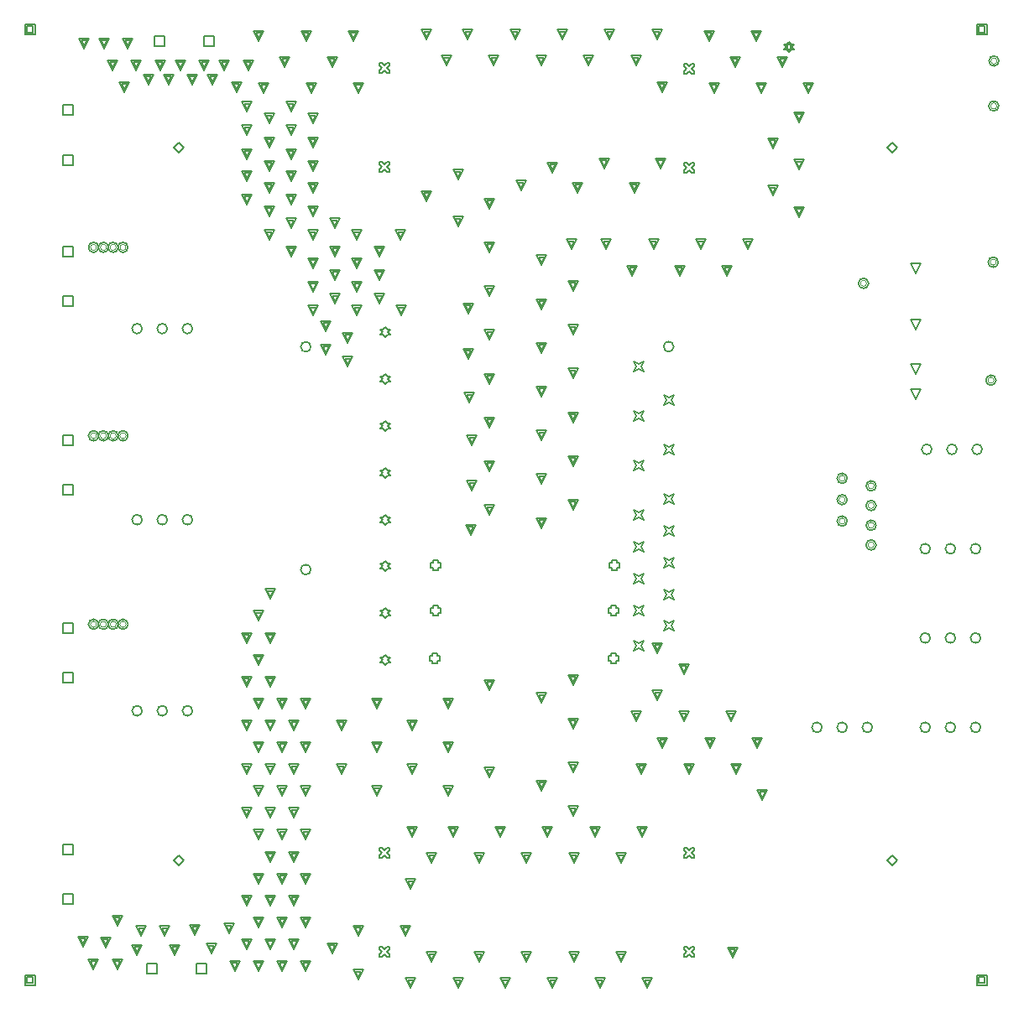
<source format=gbr>
G04 Layer_Color=2752767*
%FSLAX26Y26*%
%MOIN*%
%TF.FileFunction,Drawing*%
%TF.Part,Single*%
G01*
G75*
%TA.AperFunction,NonConductor*%
%ADD53C,0.005000*%
%ADD114C,0.006667*%
%ADD115C,0.004000*%
D53*
X130000Y-538425D02*
Y-498425D01*
X170000D01*
Y-538425D01*
X130000D01*
Y-341575D02*
Y-301575D01*
X170000D01*
Y-341575D01*
X130000D01*
Y-3477953D02*
Y-3437953D01*
X170000D01*
Y-3477953D01*
X130000D01*
Y-3281102D02*
Y-3241102D01*
X170000D01*
Y-3281102D01*
X130000D01*
X660425Y-3754528D02*
Y-3714528D01*
X700425D01*
Y-3754528D01*
X660425D01*
X463575D02*
Y-3714528D01*
X503575D01*
Y-3754528D01*
X463575D01*
X130000Y-2597953D02*
Y-2557953D01*
X170000D01*
Y-2597953D01*
X130000D01*
Y-2401102D02*
Y-2361102D01*
X170000D01*
Y-2401102D01*
X130000D01*
Y-1848740D02*
Y-1808740D01*
X170000D01*
Y-1848740D01*
X130000D01*
Y-1651890D02*
Y-1611890D01*
X170000D01*
Y-1651890D01*
X130000D01*
X3516000Y-1470118D02*
X3496000Y-1430118D01*
X3536000D01*
X3516000Y-1470118D01*
Y-1370118D02*
X3496000Y-1330118D01*
X3536000D01*
X3516000Y-1370118D01*
Y-1194527D02*
X3496000Y-1154527D01*
X3536000D01*
X3516000Y-1194527D01*
Y-970118D02*
X3496000Y-930118D01*
X3536000D01*
X3516000Y-970118D01*
X1409575Y-2527347D02*
X1419575Y-2517347D01*
X1429575D01*
X1419575Y-2507347D01*
X1429575Y-2497347D01*
X1419575D01*
X1409575Y-2487347D01*
X1399575Y-2497347D01*
X1389575D01*
X1399575Y-2507347D01*
X1389575Y-2517347D01*
X1399575D01*
X1409575Y-2527347D01*
Y-2341126D02*
X1419575Y-2331126D01*
X1429575D01*
X1419575Y-2321126D01*
X1429575Y-2311126D01*
X1419575D01*
X1409575Y-2301126D01*
X1399575Y-2311126D01*
X1389575D01*
X1399575Y-2321126D01*
X1389575Y-2331126D01*
X1399575D01*
X1409575Y-2341126D01*
Y-2154905D02*
X1419575Y-2144905D01*
X1429575D01*
X1419575Y-2134905D01*
X1429575Y-2124905D01*
X1419575D01*
X1409575Y-2114905D01*
X1399575Y-2124905D01*
X1389575D01*
X1399575Y-2134905D01*
X1389575Y-2144905D01*
X1399575D01*
X1409575Y-2154905D01*
Y-1968685D02*
X1419575Y-1958685D01*
X1429575D01*
X1419575Y-1948685D01*
X1429575Y-1938685D01*
X1419575D01*
X1409575Y-1928685D01*
X1399575Y-1938685D01*
X1389575D01*
X1399575Y-1948685D01*
X1389575Y-1958685D01*
X1399575D01*
X1409575Y-1968685D01*
Y-1782465D02*
X1419575Y-1772465D01*
X1429575D01*
X1419575Y-1762465D01*
X1429575Y-1752465D01*
X1419575D01*
X1409575Y-1742465D01*
X1399575Y-1752465D01*
X1389575D01*
X1399575Y-1762465D01*
X1389575Y-1772465D01*
X1399575D01*
X1409575Y-1782465D01*
Y-1596244D02*
X1419575Y-1586244D01*
X1429575D01*
X1419575Y-1576244D01*
X1429575Y-1566244D01*
X1419575D01*
X1409575Y-1556244D01*
X1399575Y-1566244D01*
X1389575D01*
X1399575Y-1576244D01*
X1389575Y-1586244D01*
X1399575D01*
X1409575Y-1596244D01*
Y-1410024D02*
X1419575Y-1400024D01*
X1429575D01*
X1419575Y-1390024D01*
X1429575Y-1380024D01*
X1419575D01*
X1409575Y-1370024D01*
X1399575Y-1380024D01*
X1389575D01*
X1399575Y-1390024D01*
X1389575Y-1400024D01*
X1399575D01*
X1409575Y-1410024D01*
Y-1223803D02*
X1419575Y-1213803D01*
X1429575D01*
X1419575Y-1203803D01*
X1429575Y-1193803D01*
X1419575D01*
X1409575Y-1183803D01*
X1399575Y-1193803D01*
X1389575D01*
X1399575Y-1203803D01*
X1389575Y-1213803D01*
X1399575D01*
X1409575Y-1223803D01*
X2515992Y-2391323D02*
X2525992Y-2371323D01*
X2515992Y-2351323D01*
X2535992Y-2361323D01*
X2555992Y-2351323D01*
X2545992Y-2371323D01*
X2555992Y-2391323D01*
X2535992Y-2381323D01*
X2515992Y-2391323D01*
X2398000Y-2470063D02*
X2408000Y-2450063D01*
X2398000Y-2430063D01*
X2418000Y-2440063D01*
X2438000Y-2430063D01*
X2428000Y-2450063D01*
X2438000Y-2470063D01*
X2418000Y-2460063D01*
X2398000Y-2470063D01*
Y-2328331D02*
X2408000Y-2308331D01*
X2398000Y-2288331D01*
X2418000Y-2298331D01*
X2438000Y-2288331D01*
X2428000Y-2308331D01*
X2438000Y-2328331D01*
X2418000Y-2318331D01*
X2398000Y-2328331D01*
Y-2202347D02*
X2408000Y-2182347D01*
X2398000Y-2162347D01*
X2418000Y-2172347D01*
X2438000Y-2162347D01*
X2428000Y-2182347D01*
X2438000Y-2202347D01*
X2418000Y-2192347D01*
X2398000Y-2202347D01*
X2515992Y-2139354D02*
X2525992Y-2119354D01*
X2515992Y-2099354D01*
X2535992Y-2109354D01*
X2555992Y-2099354D01*
X2545992Y-2119354D01*
X2555992Y-2139354D01*
X2535992Y-2129354D01*
X2515992Y-2139354D01*
X2398000Y-2076362D02*
X2408000Y-2056362D01*
X2398000Y-2036362D01*
X2418000Y-2046362D01*
X2438000Y-2036362D01*
X2428000Y-2056362D01*
X2438000Y-2076362D01*
X2418000Y-2066362D01*
X2398000Y-2076362D01*
X2515992Y-2013370D02*
X2525992Y-1993370D01*
X2515992Y-1973370D01*
X2535992Y-1983370D01*
X2555992Y-1973370D01*
X2545992Y-1993370D01*
X2555992Y-2013370D01*
X2535992Y-2003370D01*
X2515992Y-2013370D01*
X2398000Y-1950378D02*
X2408000Y-1930378D01*
X2398000Y-1910378D01*
X2418000Y-1920378D01*
X2438000Y-1910378D01*
X2428000Y-1930378D01*
X2438000Y-1950378D01*
X2418000Y-1940378D01*
X2398000Y-1950378D01*
X2515992Y-1887386D02*
X2525992Y-1867386D01*
X2515992Y-1847386D01*
X2535992Y-1857386D01*
X2555992Y-1847386D01*
X2545992Y-1867386D01*
X2555992Y-1887386D01*
X2535992Y-1877386D01*
X2515992Y-1887386D01*
X2398000Y-1753527D02*
X2408000Y-1733527D01*
X2398000Y-1713527D01*
X2418000Y-1723527D01*
X2438000Y-1713527D01*
X2428000Y-1733527D01*
X2438000Y-1753527D01*
X2418000Y-1743527D01*
X2398000Y-1753527D01*
X2515992Y-1690535D02*
X2525992Y-1670535D01*
X2515992Y-1650535D01*
X2535992Y-1660535D01*
X2555992Y-1650535D01*
X2545992Y-1670535D01*
X2555992Y-1690535D01*
X2535992Y-1680535D01*
X2515992Y-1690535D01*
X2398000Y-1556677D02*
X2408000Y-1536677D01*
X2398000Y-1516677D01*
X2418000Y-1526677D01*
X2438000Y-1516677D01*
X2428000Y-1536677D01*
X2438000Y-1556677D01*
X2418000Y-1546677D01*
X2398000Y-1556677D01*
X2515992Y-1493685D02*
X2525992Y-1473685D01*
X2515992Y-1453685D01*
X2535992Y-1463685D01*
X2555992Y-1453685D01*
X2545992Y-1473685D01*
X2555992Y-1493685D01*
X2535992Y-1483685D01*
X2515992Y-1493685D01*
X2398000Y-1359827D02*
X2408000Y-1339827D01*
X2398000Y-1319827D01*
X2418000Y-1329827D01*
X2438000Y-1319827D01*
X2428000Y-1339827D01*
X2438000Y-1359827D01*
X2418000Y-1349827D01*
X2398000Y-1359827D01*
X2515992Y-2265338D02*
X2525992Y-2245338D01*
X2515992Y-2225338D01*
X2535992Y-2235338D01*
X2555992Y-2225338D01*
X2545992Y-2245338D01*
X2555992Y-2265338D01*
X2535992Y-2255338D01*
X2515992Y-2265338D01*
X130000Y-1099527D02*
Y-1059527D01*
X170000D01*
Y-1099527D01*
X130000D01*
Y-902677D02*
Y-862677D01*
X170000D01*
Y-902677D01*
X130000D01*
X2306535Y-2509747D02*
Y-2519747D01*
X2326535D01*
Y-2509747D01*
X2336535D01*
Y-2489747D01*
X2326535D01*
Y-2479747D01*
X2306535D01*
Y-2489747D01*
X2296535D01*
Y-2509747D01*
X2306535D01*
X1597874D02*
Y-2519747D01*
X1617874D01*
Y-2509747D01*
X1627874D01*
Y-2489747D01*
X1617874D01*
Y-2479747D01*
X1597874D01*
Y-2489747D01*
X1587874D01*
Y-2509747D01*
X1597874D01*
X2308661Y-2319528D02*
Y-2329528D01*
X2328661D01*
Y-2319528D01*
X2338661D01*
Y-2299528D01*
X2328661D01*
Y-2289528D01*
X2308661D01*
Y-2299528D01*
X2298661D01*
Y-2319528D01*
X2308661D01*
X1600000D02*
Y-2329528D01*
X1620000D01*
Y-2319528D01*
X1630000D01*
Y-2299528D01*
X1620000D01*
Y-2289528D01*
X1600000D01*
Y-2299528D01*
X1590000D01*
Y-2319528D01*
X1600000D01*
X2310000Y-2139528D02*
Y-2149528D01*
X2330000D01*
Y-2139528D01*
X2340000D01*
Y-2119528D01*
X2330000D01*
Y-2109528D01*
X2310000D01*
Y-2119528D01*
X2300000D01*
Y-2139528D01*
X2310000D01*
X1601339D02*
Y-2149528D01*
X1621339D01*
Y-2139528D01*
X1631339D01*
Y-2119528D01*
X1621339D01*
Y-2109528D01*
X1601339D01*
Y-2119528D01*
X1591339D01*
Y-2139528D01*
X1601339D01*
X1386000Y-3687528D02*
X1396000D01*
X1406000Y-3677528D01*
X1416000Y-3687528D01*
X1426000D01*
Y-3677528D01*
X1416000Y-3667528D01*
X1426000Y-3657528D01*
Y-3647528D01*
X1416000D01*
X1406000Y-3657528D01*
X1396000Y-3647528D01*
X1386000D01*
Y-3657528D01*
X1396000Y-3667528D01*
X1386000Y-3677528D01*
Y-3687528D01*
Y-3293827D02*
X1396000D01*
X1406000Y-3283827D01*
X1416000Y-3293827D01*
X1426000D01*
Y-3283827D01*
X1416000Y-3273827D01*
X1426000Y-3263827D01*
Y-3253827D01*
X1416000D01*
X1406000Y-3263827D01*
X1396000Y-3253827D01*
X1386000D01*
Y-3263827D01*
X1396000Y-3273827D01*
X1386000Y-3283827D01*
Y-3293827D01*
X2596000Y-3687528D02*
X2606000D01*
X2616000Y-3677528D01*
X2626000Y-3687528D01*
X2636000D01*
Y-3677528D01*
X2626000Y-3667528D01*
X2636000Y-3657528D01*
Y-3647528D01*
X2626000D01*
X2616000Y-3657528D01*
X2606000Y-3647528D01*
X2596000D01*
Y-3657528D01*
X2606000Y-3667528D01*
X2596000Y-3677528D01*
Y-3687528D01*
Y-3293827D02*
X2606000D01*
X2616000Y-3283827D01*
X2626000Y-3293827D01*
X2636000D01*
Y-3283827D01*
X2626000Y-3273827D01*
X2636000Y-3263827D01*
Y-3253827D01*
X2626000D01*
X2616000Y-3263827D01*
X2606000Y-3253827D01*
X2596000D01*
Y-3263827D01*
X2606000Y-3273827D01*
X2596000Y-3283827D01*
Y-3293827D01*
Y-569528D02*
X2606000D01*
X2616000Y-559528D01*
X2626000Y-569528D01*
X2636000D01*
Y-559528D01*
X2626000Y-549528D01*
X2636000Y-539528D01*
Y-529528D01*
X2626000D01*
X2616000Y-539528D01*
X2606000Y-529528D01*
X2596000D01*
Y-539528D01*
X2606000Y-549528D01*
X2596000Y-559528D01*
Y-569528D01*
Y-175827D02*
X2606000D01*
X2616000Y-165827D01*
X2626000Y-175827D01*
X2636000D01*
Y-165827D01*
X2626000Y-155827D01*
X2636000Y-145827D01*
Y-135827D01*
X2626000D01*
X2616000Y-145827D01*
X2606000Y-135827D01*
X2596000D01*
Y-145827D01*
X2606000Y-155827D01*
X2596000Y-165827D01*
Y-175827D01*
X1386000Y-567528D02*
X1396000D01*
X1406000Y-557528D01*
X1416000Y-567528D01*
X1426000D01*
Y-557528D01*
X1416000Y-547528D01*
X1426000Y-537528D01*
Y-527528D01*
X1416000D01*
X1406000Y-537528D01*
X1396000Y-527528D01*
X1386000D01*
Y-537528D01*
X1396000Y-547528D01*
X1386000Y-557528D01*
Y-567528D01*
Y-173827D02*
X1396000D01*
X1406000Y-163827D01*
X1416000Y-173827D01*
X1426000D01*
Y-163827D01*
X1416000Y-153827D01*
X1426000Y-143827D01*
Y-133827D01*
X1416000D01*
X1406000Y-143827D01*
X1396000Y-133827D01*
X1386000D01*
Y-143827D01*
X1396000Y-153827D01*
X1386000Y-163827D01*
Y-173827D01*
X494575Y-67528D02*
Y-27527D01*
X534575D01*
Y-67528D01*
X494575D01*
X691425D02*
Y-27527D01*
X731425D01*
Y-67528D01*
X691425D01*
X570354Y-469882D02*
X590354Y-449882D01*
X610354Y-469882D01*
X590354Y-489882D01*
X570354Y-469882D01*
X3405000D02*
X3425000Y-449882D01*
X3445000Y-469882D01*
X3425000Y-489882D01*
X3405000Y-469882D01*
Y-3304528D02*
X3425000Y-3284528D01*
X3445000Y-3304528D01*
X3425000Y-3324528D01*
X3405000Y-3304528D01*
X570354D02*
X590354Y-3284528D01*
X610354Y-3304528D01*
X590354Y-3324528D01*
X570354Y-3304528D01*
X3759527Y-20000D02*
Y20000D01*
X3799527D01*
Y-20000D01*
X3759527D01*
X3767527Y-12000D02*
Y12000D01*
X3791527D01*
Y-12000D01*
X3767527D01*
X3759528Y-3799528D02*
Y-3759528D01*
X3799528D01*
Y-3799528D01*
X3759528D01*
X3767528Y-3791528D02*
Y-3767528D01*
X3791528D01*
Y-3791528D01*
X3767528D01*
X-20000Y-20000D02*
Y20000D01*
X20000D01*
Y-20000D01*
X-20000D01*
X-12000Y-12000D02*
Y12000D01*
X12000D01*
Y-12000D01*
X-12000D01*
X-20000Y-3799528D02*
Y-3759528D01*
X20000D01*
Y-3799528D01*
X-20000D01*
X-12000Y-3791528D02*
Y-3767528D01*
X12000D01*
Y-3791528D01*
X-12000D01*
X2790000Y-3689528D02*
X2770000Y-3649528D01*
X2810000D01*
X2790000Y-3689528D01*
Y-3681528D02*
X2778000Y-3657528D01*
X2802000D01*
X2790000Y-3681528D01*
X2492000Y-2479528D02*
X2472000Y-2439528D01*
X2512000D01*
X2492000Y-2479528D01*
Y-2471528D02*
X2480000Y-2447528D01*
X2504000D01*
X2492000Y-2471528D01*
Y-2667528D02*
X2472000Y-2627528D01*
X2512000D01*
X2492000Y-2667528D01*
Y-2659528D02*
X2480000Y-2635528D01*
X2504000D01*
X2492000Y-2659528D01*
X2596000Y-2563528D02*
X2576000Y-2523528D01*
X2616000D01*
X2596000Y-2563528D01*
Y-2555528D02*
X2584000Y-2531528D01*
X2608000D01*
X2596000Y-2555528D01*
X2888000Y-2855528D02*
X2868000Y-2815528D01*
X2908000D01*
X2888000Y-2855528D01*
Y-2847528D02*
X2876000Y-2823528D01*
X2900000D01*
X2888000Y-2847528D01*
X2908000Y-3063528D02*
X2888000Y-3023528D01*
X2928000D01*
X2908000Y-3063528D01*
Y-3055528D02*
X2896000Y-3031528D01*
X2920000D01*
X2908000Y-3055528D01*
X2784000Y-2751528D02*
X2764000Y-2711528D01*
X2804000D01*
X2784000Y-2751528D01*
Y-2743528D02*
X2772000Y-2719528D01*
X2796000D01*
X2784000Y-2743528D01*
X2596000Y-2751528D02*
X2576000Y-2711528D01*
X2616000D01*
X2596000Y-2751528D01*
Y-2743528D02*
X2584000Y-2719528D01*
X2608000D01*
X2596000Y-2743528D01*
X2700000Y-2855528D02*
X2680000Y-2815528D01*
X2720000D01*
X2700000Y-2855528D01*
Y-2847528D02*
X2688000Y-2823528D01*
X2712000D01*
X2700000Y-2847528D01*
X2804000Y-2959528D02*
X2784000Y-2919528D01*
X2824000D01*
X2804000Y-2959528D01*
Y-2951528D02*
X2792000Y-2927528D01*
X2816000D01*
X2804000Y-2951528D01*
X2408000Y-2751528D02*
X2388000Y-2711528D01*
X2428000D01*
X2408000Y-2751528D01*
Y-2743528D02*
X2396000Y-2719528D01*
X2420000D01*
X2408000Y-2743528D01*
X2512000Y-2855528D02*
X2492000Y-2815528D01*
X2532000D01*
X2512000Y-2855528D01*
Y-2847528D02*
X2500000Y-2823528D01*
X2524000D01*
X2512000Y-2847528D01*
X2616000Y-2959528D02*
X2596000Y-2919528D01*
X2636000D01*
X2616000Y-2959528D01*
Y-2951528D02*
X2604000Y-2927528D01*
X2628000D01*
X2616000Y-2951528D01*
X2428000Y-2959528D02*
X2408000Y-2919528D01*
X2448000D01*
X2428000Y-2959528D01*
Y-2951528D02*
X2416000Y-2927528D01*
X2440000D01*
X2428000Y-2951528D01*
X2768000Y-978528D02*
X2748000Y-938528D01*
X2788000D01*
X2768000Y-978528D01*
Y-970528D02*
X2756000Y-946528D01*
X2780000D01*
X2768000Y-970528D01*
X215000Y-75000D02*
X195000Y-35000D01*
X235000D01*
X215000Y-75000D01*
Y-67000D02*
X203000Y-43000D01*
X227000D01*
X215000Y-67000D01*
X328000Y-162528D02*
X308000Y-122528D01*
X348000D01*
X328000Y-162528D01*
Y-154528D02*
X316000Y-130528D01*
X340000D01*
X328000Y-154528D01*
X294000Y-75528D02*
X274000Y-35528D01*
X314000D01*
X294000Y-75528D01*
Y-67528D02*
X282000Y-43528D01*
X306000D01*
X294000Y-67528D01*
X388000Y-75528D02*
X368000Y-35528D01*
X408000D01*
X388000Y-75528D01*
Y-67528D02*
X376000Y-43528D01*
X400000D01*
X388000Y-67528D01*
X470000Y-219528D02*
X450000Y-179528D01*
X490000D01*
X470000Y-219528D01*
Y-211528D02*
X458000Y-187528D01*
X482000D01*
X470000Y-211528D01*
X516000Y-162528D02*
X496000Y-122528D01*
X536000D01*
X516000Y-162528D01*
Y-154528D02*
X504000Y-130528D01*
X528000D01*
X516000Y-154528D01*
X422000Y-162528D02*
X402000Y-122528D01*
X442000D01*
X422000Y-162528D01*
Y-154528D02*
X410000Y-130528D01*
X434000D01*
X422000Y-154528D01*
X375000Y-249528D02*
X355000Y-209528D01*
X395000D01*
X375000Y-249528D01*
Y-241528D02*
X363000Y-217528D01*
X387000D01*
X375000Y-241528D01*
X644000Y-219528D02*
X624000Y-179528D01*
X664000D01*
X644000Y-219528D01*
Y-211528D02*
X632000Y-187528D01*
X656000D01*
X644000Y-211528D01*
X691000Y-162528D02*
X671000Y-122528D01*
X711000D01*
X691000Y-162528D01*
Y-154528D02*
X679000Y-130528D01*
X703000D01*
X691000Y-154528D01*
X597000Y-162528D02*
X577000Y-122528D01*
X617000D01*
X597000Y-162528D01*
Y-154528D02*
X585000Y-130528D01*
X609000D01*
X597000Y-154528D01*
X550000Y-219528D02*
X530000Y-179528D01*
X570000D01*
X550000Y-219528D01*
Y-211528D02*
X538000Y-187528D01*
X562000D01*
X550000Y-211528D01*
X819000Y-249528D02*
X799000Y-209528D01*
X839000D01*
X819000Y-249528D01*
Y-241528D02*
X807000Y-217528D01*
X831000D01*
X819000Y-241528D01*
X866000Y-162528D02*
X846000Y-122528D01*
X886000D01*
X866000Y-162528D01*
Y-154528D02*
X854000Y-130528D01*
X878000D01*
X866000Y-154528D01*
X772000Y-162528D02*
X752000Y-122528D01*
X792000D01*
X772000Y-162528D01*
Y-154528D02*
X760000Y-130528D01*
X784000D01*
X772000Y-154528D01*
X725000Y-219528D02*
X705000Y-179528D01*
X745000D01*
X725000Y-219528D01*
Y-211528D02*
X713000Y-187528D01*
X737000D01*
X725000Y-211528D01*
X1175000Y-1293527D02*
X1155000Y-1253527D01*
X1195000D01*
X1175000Y-1293527D01*
Y-1285527D02*
X1163000Y-1261527D01*
X1187000D01*
X1175000Y-1285527D01*
X1262000Y-1340527D02*
X1242000Y-1300527D01*
X1282000D01*
X1262000Y-1340527D01*
Y-1332527D02*
X1250000Y-1308527D01*
X1274000D01*
X1262000Y-1332527D01*
Y-1246527D02*
X1242000Y-1206527D01*
X1282000D01*
X1262000Y-1246527D01*
Y-1238527D02*
X1250000Y-1214527D01*
X1274000D01*
X1262000Y-1238527D01*
X1175000Y-1199527D02*
X1155000Y-1159527D01*
X1195000D01*
X1175000Y-1199527D01*
Y-1191527D02*
X1163000Y-1167527D01*
X1187000D01*
X1175000Y-1191527D01*
X1387000Y-902528D02*
X1367000Y-862528D01*
X1407000D01*
X1387000Y-902528D01*
Y-894528D02*
X1375000Y-870528D01*
X1399000D01*
X1387000Y-894528D01*
Y-996528D02*
X1367000Y-956528D01*
X1407000D01*
X1387000Y-996528D01*
Y-988528D02*
X1375000Y-964528D01*
X1399000D01*
X1387000Y-988528D01*
X1474000Y-1137527D02*
X1454000Y-1097527D01*
X1494000D01*
X1474000Y-1137527D01*
Y-1129527D02*
X1462000Y-1105527D01*
X1486000D01*
X1474000Y-1129527D01*
X1387000Y-1090527D02*
X1367000Y-1050527D01*
X1407000D01*
X1387000Y-1090527D01*
Y-1082527D02*
X1375000Y-1058527D01*
X1399000D01*
X1387000Y-1082527D01*
X1471000Y-837528D02*
X1451000Y-797528D01*
X1491000D01*
X1471000Y-837528D01*
Y-829528D02*
X1459000Y-805528D01*
X1483000D01*
X1471000Y-829528D01*
X1297000Y-837528D02*
X1277000Y-797528D01*
X1317000D01*
X1297000Y-837528D01*
Y-829528D02*
X1285000Y-805528D01*
X1309000D01*
X1297000Y-829528D01*
X1210000Y-790528D02*
X1190000Y-750528D01*
X1230000D01*
X1210000Y-790528D01*
Y-782528D02*
X1198000Y-758528D01*
X1222000D01*
X1210000Y-782528D01*
X1037000Y-902528D02*
X1017000Y-862528D01*
X1057000D01*
X1037000Y-902528D01*
Y-894528D02*
X1025000Y-870528D01*
X1049000D01*
X1037000Y-894528D01*
X1211000Y-902528D02*
X1191000Y-862528D01*
X1231000D01*
X1211000Y-902528D01*
Y-894528D02*
X1199000Y-870528D01*
X1223000D01*
X1211000Y-894528D01*
X1124000Y-949528D02*
X1104000Y-909528D01*
X1144000D01*
X1124000Y-949528D01*
Y-941528D02*
X1112000Y-917528D01*
X1136000D01*
X1124000Y-941528D01*
X1298000Y-949528D02*
X1278000Y-909528D01*
X1318000D01*
X1298000Y-949528D01*
Y-941528D02*
X1286000Y-917528D01*
X1310000D01*
X1298000Y-941528D01*
X1211000Y-996528D02*
X1191000Y-956528D01*
X1231000D01*
X1211000Y-996528D01*
Y-988528D02*
X1199000Y-964528D01*
X1223000D01*
X1211000Y-988528D01*
X1298000Y-1043527D02*
X1278000Y-1003528D01*
X1318000D01*
X1298000Y-1043527D01*
Y-1035527D02*
X1286000Y-1011528D01*
X1310000D01*
X1298000Y-1035527D01*
Y-1137527D02*
X1278000Y-1097527D01*
X1318000D01*
X1298000Y-1137527D01*
Y-1129527D02*
X1286000Y-1105527D01*
X1310000D01*
X1298000Y-1129527D01*
X1211000Y-1090527D02*
X1191000Y-1050527D01*
X1231000D01*
X1211000Y-1090527D01*
Y-1082527D02*
X1199000Y-1058527D01*
X1223000D01*
X1211000Y-1082527D01*
X1124000Y-1043527D02*
X1104000Y-1003528D01*
X1144000D01*
X1124000Y-1043527D01*
Y-1035527D02*
X1112000Y-1011528D01*
X1136000D01*
X1124000Y-1035527D01*
Y-1137527D02*
X1104000Y-1097527D01*
X1144000D01*
X1124000Y-1137527D01*
Y-1129527D02*
X1112000Y-1105527D01*
X1136000D01*
X1124000Y-1129527D01*
X862000Y-602528D02*
X842000Y-562528D01*
X882000D01*
X862000Y-602528D01*
Y-594528D02*
X850000Y-570528D01*
X874000D01*
X862000Y-594528D01*
X1036000Y-602528D02*
X1016000Y-562528D01*
X1056000D01*
X1036000Y-602528D01*
Y-594528D02*
X1024000Y-570528D01*
X1048000D01*
X1036000Y-594528D01*
X949000Y-649528D02*
X929000Y-609528D01*
X969000D01*
X949000Y-649528D01*
Y-641528D02*
X937000Y-617528D01*
X961000D01*
X949000Y-641528D01*
X1123000Y-649528D02*
X1103000Y-609528D01*
X1143000D01*
X1123000Y-649528D01*
Y-641528D02*
X1111000Y-617528D01*
X1135000D01*
X1123000Y-641528D01*
X1036000Y-696528D02*
X1016000Y-656528D01*
X1056000D01*
X1036000Y-696528D01*
Y-688528D02*
X1024000Y-664528D01*
X1048000D01*
X1036000Y-688528D01*
X1123000Y-743528D02*
X1103000Y-703528D01*
X1143000D01*
X1123000Y-743528D01*
Y-735528D02*
X1111000Y-711528D01*
X1135000D01*
X1123000Y-735528D01*
Y-837528D02*
X1103000Y-797528D01*
X1143000D01*
X1123000Y-837528D01*
Y-829528D02*
X1111000Y-805528D01*
X1135000D01*
X1123000Y-829528D01*
X1036000Y-790528D02*
X1016000Y-750528D01*
X1056000D01*
X1036000Y-790528D01*
Y-782528D02*
X1024000Y-758528D01*
X1048000D01*
X1036000Y-782528D01*
X949000Y-743528D02*
X929000Y-703528D01*
X969000D01*
X949000Y-743528D01*
Y-735528D02*
X937000Y-711528D01*
X961000D01*
X949000Y-735528D01*
X862000Y-696528D02*
X842000Y-656528D01*
X882000D01*
X862000Y-696528D01*
Y-688528D02*
X850000Y-664528D01*
X874000D01*
X862000Y-688528D01*
X949000Y-837528D02*
X929000Y-797528D01*
X969000D01*
X949000Y-837528D01*
Y-829528D02*
X937000Y-805528D01*
X961000D01*
X949000Y-829528D01*
X862000Y-327527D02*
X842000Y-287527D01*
X882000D01*
X862000Y-327527D01*
Y-319527D02*
X850000Y-295527D01*
X874000D01*
X862000Y-319527D01*
X1036000Y-327527D02*
X1016000Y-287527D01*
X1056000D01*
X1036000Y-327527D01*
Y-319527D02*
X1024000Y-295527D01*
X1048000D01*
X1036000Y-319527D01*
X949000Y-374527D02*
X929000Y-334527D01*
X969000D01*
X949000Y-374527D01*
Y-366527D02*
X937000Y-342527D01*
X961000D01*
X949000Y-366527D01*
X1123000Y-374527D02*
X1103000Y-334527D01*
X1143000D01*
X1123000Y-374527D01*
Y-366527D02*
X1111000Y-342527D01*
X1135000D01*
X1123000Y-366527D01*
X1036000Y-421527D02*
X1016000Y-381527D01*
X1056000D01*
X1036000Y-421527D01*
Y-413527D02*
X1024000Y-389527D01*
X1048000D01*
X1036000Y-413527D01*
X1123000Y-468527D02*
X1103000Y-428527D01*
X1143000D01*
X1123000Y-468527D01*
Y-460527D02*
X1111000Y-436527D01*
X1135000D01*
X1123000Y-460527D01*
Y-562528D02*
X1103000Y-522528D01*
X1143000D01*
X1123000Y-562528D01*
Y-554528D02*
X1111000Y-530528D01*
X1135000D01*
X1123000Y-554528D01*
X1036000Y-515528D02*
X1016000Y-475527D01*
X1056000D01*
X1036000Y-515528D01*
Y-507527D02*
X1024000Y-483527D01*
X1048000D01*
X1036000Y-507527D01*
X949000Y-468527D02*
X929000Y-428527D01*
X969000D01*
X949000Y-468527D01*
Y-460527D02*
X937000Y-436527D01*
X961000D01*
X949000Y-460527D01*
X862000Y-421527D02*
X842000Y-381527D01*
X882000D01*
X862000Y-421527D01*
Y-413527D02*
X850000Y-389527D01*
X874000D01*
X862000Y-413527D01*
X949000Y-562528D02*
X929000Y-522528D01*
X969000D01*
X949000Y-562528D01*
Y-554528D02*
X937000Y-530528D01*
X961000D01*
X949000Y-554528D01*
X862000Y-515528D02*
X842000Y-475527D01*
X882000D01*
X862000Y-515528D01*
Y-507527D02*
X850000Y-483527D01*
X874000D01*
X862000Y-507527D01*
X1284000Y-45528D02*
X1264000Y-5527D01*
X1304000D01*
X1284000Y-45528D01*
Y-37528D02*
X1272000Y-13527D01*
X1296000D01*
X1284000Y-37528D01*
X1096000Y-45528D02*
X1076000Y-5527D01*
X1116000D01*
X1096000Y-45528D01*
Y-37528D02*
X1084000Y-13527D01*
X1108000D01*
X1096000Y-37528D01*
X1200000Y-149528D02*
X1180000Y-109528D01*
X1220000D01*
X1200000Y-149528D01*
Y-141528D02*
X1188000Y-117528D01*
X1212000D01*
X1200000Y-141528D01*
X1304000Y-253528D02*
X1284000Y-213528D01*
X1324000D01*
X1304000Y-253528D01*
Y-245528D02*
X1292000Y-221528D01*
X1316000D01*
X1304000Y-245528D01*
X908000Y-45528D02*
X888000Y-5527D01*
X928000D01*
X908000Y-45528D01*
Y-37528D02*
X896000Y-13527D01*
X920000D01*
X908000Y-37528D01*
X1012000Y-149528D02*
X992000Y-109528D01*
X1032000D01*
X1012000Y-149528D01*
Y-141528D02*
X1000000Y-117528D01*
X1024000D01*
X1012000Y-141528D01*
X1116000Y-253528D02*
X1096000Y-213528D01*
X1136000D01*
X1116000Y-253528D01*
Y-245528D02*
X1104000Y-221528D01*
X1128000D01*
X1116000Y-245528D01*
X928000Y-253528D02*
X908000Y-213528D01*
X948000D01*
X928000Y-253528D01*
Y-245528D02*
X916000Y-221528D01*
X940000D01*
X928000Y-245528D01*
X2716000Y-253528D02*
X2696000Y-213528D01*
X2736000D01*
X2716000Y-253528D01*
Y-245528D02*
X2704000Y-221528D01*
X2728000D01*
X2716000Y-245528D01*
X2904000Y-253528D02*
X2884000Y-213528D01*
X2924000D01*
X2904000Y-253528D01*
Y-245528D02*
X2892000Y-221528D01*
X2916000D01*
X2904000Y-245528D01*
X2800000Y-149528D02*
X2780000Y-109528D01*
X2820000D01*
X2800000Y-149528D01*
Y-141528D02*
X2788000Y-117528D01*
X2812000D01*
X2800000Y-141528D01*
X2696000Y-45528D02*
X2676000Y-5527D01*
X2716000D01*
X2696000Y-45528D01*
Y-37528D02*
X2684000Y-13527D01*
X2708000D01*
X2696000Y-37528D01*
X3092000Y-253528D02*
X3072000Y-213528D01*
X3112000D01*
X3092000Y-253528D01*
Y-245528D02*
X3080000Y-221528D01*
X3104000D01*
X3092000Y-245528D01*
X2988000Y-149528D02*
X2968000Y-109528D01*
X3008000D01*
X2988000Y-149528D01*
Y-141528D02*
X2976000Y-117528D01*
X3000000D01*
X2988000Y-141528D01*
X2884000Y-45528D02*
X2864000Y-5527D01*
X2904000D01*
X2884000Y-45528D01*
Y-37528D02*
X2872000Y-13527D01*
X2896000D01*
X2884000Y-37528D01*
X2490000Y-40528D02*
X2470000Y-527D01*
X2510000D01*
X2490000Y-40528D01*
Y-32528D02*
X2478000Y-8527D01*
X2502000D01*
X2490000Y-32528D01*
X2302000Y-40528D02*
X2282000Y-527D01*
X2322000D01*
X2302000Y-40528D01*
Y-32528D02*
X2290000Y-8527D01*
X2314000D01*
X2302000Y-32528D01*
X2406000Y-144528D02*
X2386000Y-104528D01*
X2426000D01*
X2406000Y-144528D01*
Y-136528D02*
X2394000Y-112528D01*
X2418000D01*
X2406000Y-136528D01*
X2510000Y-248528D02*
X2490000Y-208528D01*
X2530000D01*
X2510000Y-248528D01*
Y-240528D02*
X2498000Y-216528D01*
X2522000D01*
X2510000Y-240528D01*
X2114000Y-40528D02*
X2094000Y-527D01*
X2134000D01*
X2114000Y-40528D01*
Y-32528D02*
X2102000Y-8527D01*
X2126000D01*
X2114000Y-32528D01*
X2218000Y-144528D02*
X2198000Y-104528D01*
X2238000D01*
X2218000Y-144528D01*
Y-136528D02*
X2206000Y-112528D01*
X2230000D01*
X2218000Y-136528D01*
X1926000Y-40528D02*
X1906000Y-527D01*
X1946000D01*
X1926000Y-40528D01*
Y-32528D02*
X1914000Y-8527D01*
X1938000D01*
X1926000Y-32528D01*
X2030000Y-144528D02*
X2010000Y-104528D01*
X2050000D01*
X2030000Y-144528D01*
Y-136528D02*
X2018000Y-112528D01*
X2042000D01*
X2030000Y-136528D01*
X1738000Y-40528D02*
X1718000Y-527D01*
X1758000D01*
X1738000Y-40528D01*
Y-32528D02*
X1726000Y-8527D01*
X1750000D01*
X1738000Y-32528D01*
X1842000Y-144528D02*
X1822000Y-104528D01*
X1862000D01*
X1842000Y-144528D01*
Y-136528D02*
X1830000Y-112528D01*
X1854000D01*
X1842000Y-136528D01*
X1575490Y-40528D02*
X1555490Y-527D01*
X1595490D01*
X1575490Y-40528D01*
Y-32528D02*
X1563490Y-8527D01*
X1587490D01*
X1575490Y-32528D01*
X1654000Y-144528D02*
X1634000Y-104528D01*
X1674000D01*
X1654000Y-144528D01*
Y-136528D02*
X1642000Y-112528D01*
X1666000D01*
X1654000Y-136528D01*
X2950000Y-473527D02*
X2930000Y-433527D01*
X2970000D01*
X2950000Y-473527D01*
Y-465527D02*
X2938000Y-441527D01*
X2962000D01*
X2950000Y-465527D01*
X3054000Y-369527D02*
X3034000Y-329527D01*
X3074000D01*
X3054000Y-369527D01*
Y-361527D02*
X3042000Y-337527D01*
X3066000D01*
X3054000Y-361527D01*
X2950000Y-661528D02*
X2930000Y-621528D01*
X2970000D01*
X2950000Y-661528D01*
Y-653528D02*
X2938000Y-629528D01*
X2962000D01*
X2950000Y-653528D01*
X3054000Y-557528D02*
X3034000Y-517528D01*
X3074000D01*
X3054000Y-557528D01*
Y-549528D02*
X3042000Y-525528D01*
X3066000D01*
X3054000Y-549528D01*
Y-745528D02*
X3034000Y-705528D01*
X3074000D01*
X3054000Y-745528D01*
Y-737528D02*
X3042000Y-713528D01*
X3066000D01*
X3054000Y-737528D01*
X2852000Y-874528D02*
X2832000Y-834528D01*
X2872000D01*
X2852000Y-874528D01*
Y-866528D02*
X2840000Y-842528D01*
X2864000D01*
X2852000Y-866528D01*
X2150000Y-874528D02*
X2130000Y-834528D01*
X2170000D01*
X2150000Y-874528D01*
Y-866528D02*
X2138000Y-842528D01*
X2162000D01*
X2150000Y-866528D01*
X2664000Y-874528D02*
X2644000Y-834528D01*
X2684000D01*
X2664000Y-874528D01*
Y-866528D02*
X2652000Y-842528D01*
X2676000D01*
X2664000Y-866528D01*
X2476000Y-874528D02*
X2456000Y-834528D01*
X2496000D01*
X2476000Y-874528D01*
Y-866528D02*
X2464000Y-842528D01*
X2488000D01*
X2476000Y-866528D01*
X2580000Y-978528D02*
X2560000Y-938528D01*
X2600000D01*
X2580000Y-978528D01*
Y-970528D02*
X2568000Y-946528D01*
X2592000D01*
X2580000Y-970528D01*
X2288000Y-874528D02*
X2268000Y-834528D01*
X2308000D01*
X2288000Y-874528D01*
Y-866528D02*
X2276000Y-842528D01*
X2300000D01*
X2288000Y-866528D01*
X2392000Y-978528D02*
X2372000Y-938528D01*
X2412000D01*
X2392000Y-978528D01*
Y-970528D02*
X2380000Y-946528D01*
X2404000D01*
X2392000Y-970528D01*
X2031450Y-1286072D02*
X2011450Y-1246072D01*
X2051450D01*
X2031450Y-1286072D01*
Y-1278072D02*
X2019450Y-1254072D01*
X2043450D01*
X2031450Y-1278072D01*
X2156450Y-1388072D02*
X2136450Y-1348072D01*
X2176450D01*
X2156450Y-1388072D01*
Y-1380072D02*
X2144450Y-1356072D01*
X2168450D01*
X2156450Y-1380072D01*
Y-1736072D02*
X2136450Y-1696072D01*
X2176450D01*
X2156450Y-1736072D01*
Y-1728072D02*
X2144450Y-1704072D01*
X2168450D01*
X2156450Y-1728072D01*
Y-1562072D02*
X2136450Y-1522072D01*
X2176450D01*
X2156450Y-1562072D01*
Y-1554072D02*
X2144450Y-1530072D01*
X2168450D01*
X2156450Y-1554072D01*
X2031450Y-1634072D02*
X2011450Y-1594072D01*
X2051450D01*
X2031450Y-1634072D01*
Y-1626072D02*
X2019450Y-1602072D01*
X2043450D01*
X2031450Y-1626072D01*
Y-1460072D02*
X2011450Y-1420072D01*
X2051450D01*
X2031450Y-1460072D01*
Y-1452072D02*
X2019450Y-1428072D01*
X2043450D01*
X2031450Y-1452072D01*
Y-938072D02*
X2011450Y-898072D01*
X2051450D01*
X2031450Y-938072D01*
Y-930072D02*
X2019450Y-906072D01*
X2043450D01*
X2031450Y-930072D01*
X2156450Y-1040072D02*
X2136450Y-1000072D01*
X2176450D01*
X2156450Y-1040072D01*
Y-1032072D02*
X2144450Y-1008072D01*
X2168450D01*
X2156450Y-1032072D01*
X2031450Y-1112072D02*
X2011450Y-1072072D01*
X2051450D01*
X2031450Y-1112072D01*
Y-1104072D02*
X2019450Y-1080072D01*
X2043450D01*
X2031450Y-1104072D01*
X2156450Y-1214072D02*
X2136450Y-1174072D01*
X2176450D01*
X2156450Y-1214072D01*
Y-1206072D02*
X2144450Y-1182072D01*
X2168450D01*
X2156450Y-1206072D01*
X2031450Y-2678072D02*
X2011450Y-2638072D01*
X2051450D01*
X2031450Y-2678072D01*
Y-2670072D02*
X2019450Y-2646072D01*
X2043450D01*
X2031450Y-2670072D01*
X2156450Y-2780072D02*
X2136450Y-2740072D01*
X2176450D01*
X2156450Y-2780072D01*
Y-2772072D02*
X2144450Y-2748072D01*
X2168450D01*
X2156450Y-2772072D01*
Y-3128072D02*
X2136450Y-3088072D01*
X2176450D01*
X2156450Y-3128072D01*
Y-3120072D02*
X2144450Y-3096072D01*
X2168450D01*
X2156450Y-3120072D01*
Y-2954072D02*
X2136450Y-2914072D01*
X2176450D01*
X2156450Y-2954072D01*
Y-2946072D02*
X2144450Y-2922072D01*
X2168450D01*
X2156450Y-2946072D01*
X2031450Y-3026072D02*
X2011450Y-2986072D01*
X2051450D01*
X2031450Y-3026072D01*
Y-3018072D02*
X2019450Y-2994072D01*
X2043450D01*
X2031450Y-3018072D01*
X2156450Y-2606072D02*
X2136450Y-2566072D01*
X2176450D01*
X2156450Y-2606072D01*
Y-2598072D02*
X2144450Y-2574072D01*
X2168450D01*
X2156450Y-2598072D01*
X2031450Y-1808072D02*
X2011450Y-1768072D01*
X2051450D01*
X2031450Y-1808072D01*
Y-1800072D02*
X2019450Y-1776072D01*
X2043450D01*
X2031450Y-1800072D01*
X2156450Y-1910072D02*
X2136450Y-1870072D01*
X2176450D01*
X2156450Y-1910072D01*
Y-1902072D02*
X2144450Y-1878072D01*
X2168450D01*
X2156450Y-1902072D01*
X2031450Y-1982072D02*
X2011450Y-1942072D01*
X2051450D01*
X2031450Y-1982072D01*
Y-1974072D02*
X2019450Y-1950072D01*
X2043450D01*
X2031450Y-1974072D01*
X1595000Y-3313827D02*
X1575000Y-3273827D01*
X1615000D01*
X1595000Y-3313827D01*
Y-3305827D02*
X1583000Y-3281827D01*
X1607000D01*
X1595000Y-3305827D01*
X1516490Y-3209827D02*
X1496490Y-3169827D01*
X1536490D01*
X1516490Y-3209827D01*
Y-3201827D02*
X1504490Y-3177827D01*
X1528490D01*
X1516490Y-3201827D01*
X1783000Y-3313827D02*
X1763000Y-3273827D01*
X1803000D01*
X1783000Y-3313827D01*
Y-3305827D02*
X1771000Y-3281827D01*
X1795000D01*
X1783000Y-3305827D01*
X1679000Y-3209827D02*
X1659000Y-3169827D01*
X1699000D01*
X1679000Y-3209827D01*
Y-3201827D02*
X1667000Y-3177827D01*
X1691000D01*
X1679000Y-3201827D01*
X1971000Y-3313827D02*
X1951000Y-3273827D01*
X1991000D01*
X1971000Y-3313827D01*
Y-3305827D02*
X1959000Y-3281827D01*
X1983000D01*
X1971000Y-3305827D01*
X1867000Y-3209827D02*
X1847000Y-3169827D01*
X1887000D01*
X1867000Y-3209827D01*
Y-3201827D02*
X1855000Y-3177827D01*
X1879000D01*
X1867000Y-3201827D01*
X2159000Y-3313827D02*
X2139000Y-3273827D01*
X2179000D01*
X2159000Y-3313827D01*
Y-3305827D02*
X2147000Y-3281827D01*
X2171000D01*
X2159000Y-3305827D01*
X2055000Y-3209827D02*
X2035000Y-3169827D01*
X2075000D01*
X2055000Y-3209827D01*
Y-3201827D02*
X2043000Y-3177827D01*
X2067000D01*
X2055000Y-3201827D01*
X2347000Y-3313827D02*
X2327000Y-3273827D01*
X2367000D01*
X2347000Y-3313827D01*
Y-3305827D02*
X2335000Y-3281827D01*
X2359000D01*
X2347000Y-3305827D01*
X2243000Y-3209827D02*
X2223000Y-3169827D01*
X2263000D01*
X2243000Y-3209827D01*
Y-3201827D02*
X2231000Y-3177827D01*
X2255000D01*
X2243000Y-3201827D01*
X2431000Y-3209827D02*
X2411000Y-3169827D01*
X2451000D01*
X2431000Y-3209827D01*
Y-3201827D02*
X2419000Y-3177827D01*
X2443000D01*
X2431000Y-3201827D01*
X1511000Y-3417827D02*
X1491000Y-3377827D01*
X1531000D01*
X1511000Y-3417827D01*
Y-3409827D02*
X1499000Y-3385827D01*
X1523000D01*
X1511000Y-3409827D01*
Y-3811528D02*
X1491000Y-3771528D01*
X1531000D01*
X1511000Y-3811528D01*
Y-3803528D02*
X1499000Y-3779528D01*
X1523000D01*
X1511000Y-3803528D01*
X2347000Y-3707528D02*
X2327000Y-3667528D01*
X2367000D01*
X2347000Y-3707528D01*
Y-3699528D02*
X2335000Y-3675528D01*
X2359000D01*
X2347000Y-3699528D01*
X2451000Y-3811528D02*
X2431000Y-3771528D01*
X2471000D01*
X2451000Y-3811528D01*
Y-3803528D02*
X2439000Y-3779528D01*
X2463000D01*
X2451000Y-3803528D01*
X2159000Y-3707528D02*
X2139000Y-3667528D01*
X2179000D01*
X2159000Y-3707528D01*
Y-3699528D02*
X2147000Y-3675528D01*
X2171000D01*
X2159000Y-3699528D01*
X2263000Y-3811528D02*
X2243000Y-3771528D01*
X2283000D01*
X2263000Y-3811528D01*
Y-3803528D02*
X2251000Y-3779528D01*
X2275000D01*
X2263000Y-3803528D01*
X1971000Y-3707528D02*
X1951000Y-3667528D01*
X1991000D01*
X1971000Y-3707528D01*
Y-3699528D02*
X1959000Y-3675528D01*
X1983000D01*
X1971000Y-3699528D01*
X2075000Y-3811528D02*
X2055000Y-3771528D01*
X2095000D01*
X2075000Y-3811528D01*
Y-3803528D02*
X2063000Y-3779528D01*
X2087000D01*
X2075000Y-3803528D01*
X1783000Y-3707528D02*
X1763000Y-3667528D01*
X1803000D01*
X1783000Y-3707528D01*
Y-3699528D02*
X1771000Y-3675528D01*
X1795000D01*
X1783000Y-3699528D01*
X1887000Y-3811528D02*
X1867000Y-3771528D01*
X1907000D01*
X1887000Y-3811528D01*
Y-3803528D02*
X1875000Y-3779528D01*
X1899000D01*
X1887000Y-3803528D01*
X1491000Y-3603528D02*
X1471000Y-3563528D01*
X1511000D01*
X1491000Y-3603528D01*
Y-3595528D02*
X1479000Y-3571528D01*
X1503000D01*
X1491000Y-3595528D01*
X1595000Y-3707528D02*
X1575000Y-3667528D01*
X1615000D01*
X1595000Y-3707528D01*
Y-3699528D02*
X1583000Y-3675528D01*
X1607000D01*
X1595000Y-3699528D01*
X1699000Y-3811528D02*
X1679000Y-3771528D01*
X1719000D01*
X1699000Y-3811528D01*
Y-3803528D02*
X1687000Y-3779528D01*
X1711000D01*
X1699000Y-3803528D01*
X1303000Y-3777528D02*
X1283000Y-3737528D01*
X1323000D01*
X1303000Y-3777528D01*
Y-3769528D02*
X1291000Y-3745528D01*
X1315000D01*
X1303000Y-3769528D01*
Y-3603528D02*
X1283000Y-3563528D01*
X1323000D01*
X1303000Y-3603528D01*
Y-3595528D02*
X1291000Y-3571528D01*
X1315000D01*
X1303000Y-3595528D01*
X1199000Y-3673528D02*
X1179000Y-3633528D01*
X1219000D01*
X1199000Y-3673528D01*
Y-3665528D02*
X1187000Y-3641528D01*
X1211000D01*
X1199000Y-3665528D01*
X2504000Y-553528D02*
X2484000Y-513528D01*
X2524000D01*
X2504000Y-553528D01*
Y-545528D02*
X2492000Y-521528D01*
X2516000D01*
X2504000Y-545528D01*
X2400000Y-649528D02*
X2380000Y-609528D01*
X2420000D01*
X2400000Y-649528D01*
Y-641528D02*
X2388000Y-617528D01*
X2412000D01*
X2400000Y-641528D01*
X2279000Y-553528D02*
X2259000Y-513528D01*
X2299000D01*
X2279000Y-553528D01*
Y-545528D02*
X2267000Y-521528D01*
X2291000D01*
X2279000Y-545528D01*
X2175000Y-649528D02*
X2155000Y-609528D01*
X2195000D01*
X2175000Y-649528D01*
Y-641528D02*
X2163000Y-617528D01*
X2187000D01*
X2175000Y-641528D01*
X2075000Y-568528D02*
X2055000Y-528528D01*
X2095000D01*
X2075000Y-568528D01*
Y-560528D02*
X2063000Y-536528D01*
X2087000D01*
X2075000Y-560528D01*
X1950000Y-640528D02*
X1930000Y-600528D01*
X1970000D01*
X1950000Y-640528D01*
Y-632528D02*
X1938000Y-608528D01*
X1962000D01*
X1950000Y-632528D01*
X1575000Y-682528D02*
X1555000Y-642528D01*
X1595000D01*
X1575000Y-682528D01*
Y-674528D02*
X1563000Y-650528D01*
X1587000D01*
X1575000Y-674528D01*
X1700000Y-597528D02*
X1680000Y-557528D01*
X1720000D01*
X1700000Y-597528D01*
Y-589528D02*
X1688000Y-565528D01*
X1712000D01*
X1700000Y-589528D01*
X1740000Y-1309527D02*
X1720000Y-1269527D01*
X1760000D01*
X1740000Y-1309527D01*
Y-1301527D02*
X1728000Y-1277527D01*
X1752000D01*
X1740000Y-1301527D01*
X1825000Y-1234527D02*
X1805000Y-1194527D01*
X1845000D01*
X1825000Y-1234527D01*
Y-1226527D02*
X1813000Y-1202527D01*
X1837000D01*
X1825000Y-1226527D01*
X1740000Y-1129527D02*
X1720000Y-1089527D01*
X1760000D01*
X1740000Y-1129527D01*
Y-1121527D02*
X1728000Y-1097527D01*
X1752000D01*
X1740000Y-1121527D01*
X1825000Y-712528D02*
X1805000Y-672528D01*
X1845000D01*
X1825000Y-712528D01*
Y-704528D02*
X1813000Y-680528D01*
X1837000D01*
X1825000Y-704528D01*
Y-1060527D02*
X1805000Y-1020528D01*
X1845000D01*
X1825000Y-1060527D01*
Y-1052527D02*
X1813000Y-1028527D01*
X1837000D01*
X1825000Y-1052527D01*
Y-886528D02*
X1805000Y-846528D01*
X1845000D01*
X1825000Y-886528D01*
Y-878528D02*
X1813000Y-854528D01*
X1837000D01*
X1825000Y-878528D01*
X1700000Y-784528D02*
X1680000Y-744528D01*
X1720000D01*
X1700000Y-784528D01*
Y-776528D02*
X1688000Y-752528D01*
X1712000D01*
X1700000Y-776528D01*
X1825000Y-1930527D02*
X1805000Y-1890527D01*
X1845000D01*
X1825000Y-1930527D01*
Y-1922527D02*
X1813000Y-1898527D01*
X1837000D01*
X1825000Y-1922527D01*
X1755000Y-1834527D02*
X1735000Y-1794527D01*
X1775000D01*
X1755000Y-1834527D01*
Y-1826527D02*
X1743000Y-1802527D01*
X1767000D01*
X1755000Y-1826527D01*
X1825000Y-1408527D02*
X1805000Y-1368527D01*
X1845000D01*
X1825000Y-1408527D01*
Y-1400527D02*
X1813000Y-1376527D01*
X1837000D01*
X1825000Y-1400527D01*
Y-1756527D02*
X1805000Y-1716527D01*
X1845000D01*
X1825000Y-1756527D01*
Y-1748527D02*
X1813000Y-1724527D01*
X1837000D01*
X1825000Y-1748527D01*
Y-1582527D02*
X1805000Y-1542527D01*
X1845000D01*
X1825000Y-1582527D01*
Y-1574527D02*
X1813000Y-1550527D01*
X1837000D01*
X1825000Y-1574527D01*
X1755000Y-1654527D02*
X1735000Y-1614527D01*
X1775000D01*
X1755000Y-1654527D01*
Y-1646527D02*
X1743000Y-1622527D01*
X1767000D01*
X1755000Y-1646527D01*
X1745505Y-1484527D02*
X1725505Y-1444527D01*
X1765505D01*
X1745505Y-1484527D01*
Y-1476527D02*
X1733505Y-1452527D01*
X1757505D01*
X1745505Y-1476527D01*
X1750000Y-2009527D02*
X1730000Y-1969527D01*
X1770000D01*
X1750000Y-2009527D01*
Y-2001527D02*
X1738000Y-1977527D01*
X1762000D01*
X1750000Y-2001527D01*
X1825000Y-2626528D02*
X1805000Y-2586528D01*
X1845000D01*
X1825000Y-2626528D01*
Y-2618528D02*
X1813000Y-2594528D01*
X1837000D01*
X1825000Y-2618528D01*
Y-2974528D02*
X1805000Y-2934528D01*
X1845000D01*
X1825000Y-2974528D01*
Y-2966528D02*
X1813000Y-2942528D01*
X1837000D01*
X1825000Y-2966528D01*
X1659000Y-2873528D02*
X1639000Y-2833528D01*
X1679000D01*
X1659000Y-2873528D01*
Y-2865528D02*
X1647000Y-2841528D01*
X1671000D01*
X1659000Y-2865528D01*
X1518000Y-2960528D02*
X1498000Y-2920528D01*
X1538000D01*
X1518000Y-2960528D01*
Y-2952528D02*
X1506000Y-2928528D01*
X1530000D01*
X1518000Y-2952528D01*
X1659000Y-2699528D02*
X1639000Y-2659528D01*
X1679000D01*
X1659000Y-2699528D01*
Y-2691528D02*
X1647000Y-2667528D01*
X1671000D01*
X1659000Y-2691528D01*
X1518000Y-2786528D02*
X1498000Y-2746528D01*
X1538000D01*
X1518000Y-2786528D01*
Y-2778528D02*
X1506000Y-2754528D01*
X1530000D01*
X1518000Y-2778528D01*
X1659000Y-3047528D02*
X1639000Y-3007528D01*
X1679000D01*
X1659000Y-3047528D01*
Y-3039528D02*
X1647000Y-3015528D01*
X1671000D01*
X1659000Y-3039528D01*
X1377000Y-2873528D02*
X1357000Y-2833528D01*
X1397000D01*
X1377000Y-2873528D01*
Y-2865528D02*
X1365000Y-2841528D01*
X1389000D01*
X1377000Y-2865528D01*
X1236000Y-2960528D02*
X1216000Y-2920528D01*
X1256000D01*
X1236000Y-2960528D01*
Y-2952528D02*
X1224000Y-2928528D01*
X1248000D01*
X1236000Y-2952528D01*
X1377000Y-2699528D02*
X1357000Y-2659528D01*
X1397000D01*
X1377000Y-2699528D01*
Y-2691528D02*
X1365000Y-2667528D01*
X1389000D01*
X1377000Y-2691528D01*
X1236000Y-2786528D02*
X1216000Y-2746528D01*
X1256000D01*
X1236000Y-2786528D01*
Y-2778528D02*
X1224000Y-2754528D01*
X1248000D01*
X1236000Y-2778528D01*
X1377000Y-3047528D02*
X1357000Y-3007528D01*
X1397000D01*
X1377000Y-3047528D01*
Y-3039528D02*
X1365000Y-3015528D01*
X1389000D01*
X1377000Y-3039528D01*
X252000Y-3736528D02*
X232000Y-3696528D01*
X272000D01*
X252000Y-3736528D01*
Y-3728528D02*
X240000Y-3704528D01*
X264000D01*
X252000Y-3728528D01*
X210000Y-3645000D02*
X190000Y-3605000D01*
X230000D01*
X210000Y-3645000D01*
Y-3637000D02*
X198000Y-3613000D01*
X222000D01*
X210000Y-3637000D01*
X299000Y-3649528D02*
X279000Y-3609528D01*
X319000D01*
X299000Y-3649528D01*
Y-3641528D02*
X287000Y-3617528D01*
X311000D01*
X299000Y-3641528D01*
X346000Y-3736528D02*
X326000Y-3696528D01*
X366000D01*
X346000Y-3736528D01*
Y-3728528D02*
X334000Y-3704528D01*
X358000D01*
X346000Y-3728528D01*
Y-3562528D02*
X326000Y-3522528D01*
X366000D01*
X346000Y-3562528D01*
Y-3554528D02*
X334000Y-3530528D01*
X358000D01*
X346000Y-3554528D01*
X425000Y-3679528D02*
X405000Y-3639528D01*
X445000D01*
X425000Y-3679528D01*
Y-3671528D02*
X413000Y-3647528D01*
X437000D01*
X425000Y-3671528D01*
X441000Y-3604528D02*
X421000Y-3564528D01*
X461000D01*
X441000Y-3604528D01*
Y-3596528D02*
X429000Y-3572528D01*
X453000D01*
X441000Y-3596528D01*
X535000Y-3604528D02*
X515000Y-3564528D01*
X555000D01*
X535000Y-3604528D01*
Y-3596528D02*
X523000Y-3572528D01*
X547000D01*
X535000Y-3596528D01*
X575000Y-3679528D02*
X555000Y-3639528D01*
X595000D01*
X575000Y-3679528D01*
Y-3671528D02*
X563000Y-3647528D01*
X587000D01*
X575000Y-3671528D01*
X655000Y-3599528D02*
X635000Y-3559528D01*
X675000D01*
X655000Y-3599528D01*
Y-3591528D02*
X643000Y-3567528D01*
X667000D01*
X655000Y-3591528D01*
X720000Y-3674528D02*
X700000Y-3634528D01*
X740000D01*
X720000Y-3674528D01*
Y-3666528D02*
X708000Y-3642528D01*
X732000D01*
X720000Y-3666528D01*
X813000Y-3743528D02*
X793000Y-3703528D01*
X833000D01*
X813000Y-3743528D01*
Y-3735528D02*
X801000Y-3711528D01*
X825000D01*
X813000Y-3735528D01*
X790000Y-3594528D02*
X770000Y-3554528D01*
X810000D01*
X790000Y-3594528D01*
Y-3586528D02*
X778000Y-3562528D01*
X802000D01*
X790000Y-3586528D01*
X907000Y-3743528D02*
X887000Y-3703528D01*
X927000D01*
X907000Y-3743528D01*
Y-3735528D02*
X895000Y-3711528D01*
X919000D01*
X907000Y-3735528D01*
X1001000Y-3743528D02*
X981000Y-3703528D01*
X1021000D01*
X1001000Y-3743528D01*
Y-3735528D02*
X989000Y-3711528D01*
X1013000D01*
X1001000Y-3735528D01*
X1095000Y-3743528D02*
X1075000Y-3703528D01*
X1115000D01*
X1095000Y-3743528D01*
Y-3735528D02*
X1083000Y-3711528D01*
X1107000D01*
X1095000Y-3735528D01*
X860000Y-3656528D02*
X840000Y-3616528D01*
X880000D01*
X860000Y-3656528D01*
Y-3648528D02*
X848000Y-3624528D01*
X872000D01*
X860000Y-3648528D01*
Y-3482528D02*
X840000Y-3442528D01*
X880000D01*
X860000Y-3482528D01*
Y-3474528D02*
X848000Y-3450528D01*
X872000D01*
X860000Y-3474528D01*
X907000Y-3569528D02*
X887000Y-3529528D01*
X927000D01*
X907000Y-3569528D01*
Y-3561528D02*
X895000Y-3537528D01*
X919000D01*
X907000Y-3561528D01*
Y-3395528D02*
X887000Y-3355528D01*
X927000D01*
X907000Y-3395528D01*
Y-3387528D02*
X895000Y-3363528D01*
X919000D01*
X907000Y-3387528D01*
X954000Y-3482528D02*
X934000Y-3442528D01*
X974000D01*
X954000Y-3482528D01*
Y-3474528D02*
X942000Y-3450528D01*
X966000D01*
X954000Y-3474528D01*
X1001000Y-3395528D02*
X981000Y-3355528D01*
X1021000D01*
X1001000Y-3395528D01*
Y-3387528D02*
X989000Y-3363528D01*
X1013000D01*
X1001000Y-3387528D01*
X1095000Y-3395528D02*
X1075000Y-3355528D01*
X1115000D01*
X1095000Y-3395528D01*
Y-3387528D02*
X1083000Y-3363528D01*
X1107000D01*
X1095000Y-3387528D01*
X1048000Y-3482528D02*
X1028000Y-3442528D01*
X1068000D01*
X1048000Y-3482528D01*
Y-3474528D02*
X1036000Y-3450528D01*
X1060000D01*
X1048000Y-3474528D01*
X1001000Y-3569528D02*
X981000Y-3529528D01*
X1021000D01*
X1001000Y-3569528D01*
Y-3561528D02*
X989000Y-3537528D01*
X1013000D01*
X1001000Y-3561528D01*
X954000Y-3656528D02*
X934000Y-3616528D01*
X974000D01*
X954000Y-3656528D01*
Y-3648528D02*
X942000Y-3624528D01*
X966000D01*
X954000Y-3648528D01*
X1095000Y-3569528D02*
X1075000Y-3529528D01*
X1115000D01*
X1095000Y-3569528D01*
Y-3561528D02*
X1083000Y-3537528D01*
X1107000D01*
X1095000Y-3561528D01*
X1048000Y-3656528D02*
X1028000Y-3616528D01*
X1068000D01*
X1048000Y-3656528D01*
Y-3648528D02*
X1036000Y-3624528D01*
X1060000D01*
X1048000Y-3648528D01*
X860000Y-3134528D02*
X840000Y-3094528D01*
X880000D01*
X860000Y-3134528D01*
Y-3126528D02*
X848000Y-3102528D01*
X872000D01*
X860000Y-3126528D01*
X907000Y-3221528D02*
X887000Y-3181528D01*
X927000D01*
X907000Y-3221528D01*
Y-3213528D02*
X895000Y-3189528D01*
X919000D01*
X907000Y-3213528D01*
Y-3047528D02*
X887000Y-3007528D01*
X927000D01*
X907000Y-3047528D01*
Y-3039528D02*
X895000Y-3015528D01*
X919000D01*
X907000Y-3039528D01*
X954000Y-3134528D02*
X934000Y-3094528D01*
X974000D01*
X954000Y-3134528D01*
Y-3126528D02*
X942000Y-3102528D01*
X966000D01*
X954000Y-3126528D01*
X1001000Y-3047528D02*
X981000Y-3007528D01*
X1021000D01*
X1001000Y-3047528D01*
Y-3039528D02*
X989000Y-3015528D01*
X1013000D01*
X1001000Y-3039528D01*
X1095000Y-3047528D02*
X1075000Y-3007528D01*
X1115000D01*
X1095000Y-3047528D01*
Y-3039528D02*
X1083000Y-3015528D01*
X1107000D01*
X1095000Y-3039528D01*
X1048000Y-3134528D02*
X1028000Y-3094528D01*
X1068000D01*
X1048000Y-3134528D01*
Y-3126528D02*
X1036000Y-3102528D01*
X1060000D01*
X1048000Y-3126528D01*
X1001000Y-3221528D02*
X981000Y-3181528D01*
X1021000D01*
X1001000Y-3221528D01*
Y-3213528D02*
X989000Y-3189528D01*
X1013000D01*
X1001000Y-3213528D01*
X954000Y-3308528D02*
X934000Y-3268528D01*
X974000D01*
X954000Y-3308528D01*
Y-3300528D02*
X942000Y-3276528D01*
X966000D01*
X954000Y-3300528D01*
X1095000Y-3221528D02*
X1075000Y-3181528D01*
X1115000D01*
X1095000Y-3221528D01*
Y-3213528D02*
X1083000Y-3189528D01*
X1107000D01*
X1095000Y-3213528D01*
X1048000Y-3308528D02*
X1028000Y-3268528D01*
X1068000D01*
X1048000Y-3308528D01*
Y-3300528D02*
X1036000Y-3276528D01*
X1060000D01*
X1048000Y-3300528D01*
Y-2960528D02*
X1028000Y-2920528D01*
X1068000D01*
X1048000Y-2960528D01*
Y-2952528D02*
X1036000Y-2928528D01*
X1060000D01*
X1048000Y-2952528D01*
X1095000Y-2873528D02*
X1075000Y-2833528D01*
X1115000D01*
X1095000Y-2873528D01*
Y-2865528D02*
X1083000Y-2841528D01*
X1107000D01*
X1095000Y-2865528D01*
X954000Y-2960528D02*
X934000Y-2920528D01*
X974000D01*
X954000Y-2960528D01*
Y-2952528D02*
X942000Y-2928528D01*
X966000D01*
X954000Y-2952528D01*
X1001000Y-2873528D02*
X981000Y-2833528D01*
X1021000D01*
X1001000Y-2873528D01*
Y-2865528D02*
X989000Y-2841528D01*
X1013000D01*
X1001000Y-2865528D01*
X1048000Y-2786528D02*
X1028000Y-2746528D01*
X1068000D01*
X1048000Y-2786528D01*
Y-2778528D02*
X1036000Y-2754528D01*
X1060000D01*
X1048000Y-2778528D01*
X1095000Y-2699528D02*
X1075000Y-2659528D01*
X1115000D01*
X1095000Y-2699528D01*
Y-2691528D02*
X1083000Y-2667528D01*
X1107000D01*
X1095000Y-2691528D01*
X954000Y-2264528D02*
X934000Y-2224528D01*
X974000D01*
X954000Y-2264528D01*
Y-2256528D02*
X942000Y-2232528D01*
X966000D01*
X954000Y-2256528D01*
X907000Y-2351528D02*
X887000Y-2311528D01*
X927000D01*
X907000Y-2351528D01*
Y-2343528D02*
X895000Y-2319528D01*
X919000D01*
X907000Y-2343528D01*
X860000Y-2438528D02*
X840000Y-2398528D01*
X880000D01*
X860000Y-2438528D01*
Y-2430528D02*
X848000Y-2406528D01*
X872000D01*
X860000Y-2430528D01*
X954000Y-2438528D02*
X934000Y-2398528D01*
X974000D01*
X954000Y-2438528D01*
Y-2430528D02*
X942000Y-2406528D01*
X966000D01*
X954000Y-2430528D01*
X907000Y-2525528D02*
X887000Y-2485528D01*
X927000D01*
X907000Y-2525528D01*
Y-2517528D02*
X895000Y-2493528D01*
X919000D01*
X907000Y-2517528D01*
X954000Y-2612528D02*
X934000Y-2572528D01*
X974000D01*
X954000Y-2612528D01*
Y-2604528D02*
X942000Y-2580528D01*
X966000D01*
X954000Y-2604528D01*
X1001000Y-2699528D02*
X981000Y-2659528D01*
X1021000D01*
X1001000Y-2699528D01*
Y-2691528D02*
X989000Y-2667528D01*
X1013000D01*
X1001000Y-2691528D01*
X954000Y-2786528D02*
X934000Y-2746528D01*
X974000D01*
X954000Y-2786528D01*
Y-2778528D02*
X942000Y-2754528D01*
X966000D01*
X954000Y-2778528D01*
X907000Y-2699528D02*
X887000Y-2659528D01*
X927000D01*
X907000Y-2699528D01*
Y-2691528D02*
X895000Y-2667528D01*
X919000D01*
X907000Y-2691528D01*
X860000Y-2612528D02*
X840000Y-2572528D01*
X880000D01*
X860000Y-2612528D01*
Y-2604528D02*
X848000Y-2580528D01*
X872000D01*
X860000Y-2604528D01*
X907000Y-2873528D02*
X887000Y-2833528D01*
X927000D01*
X907000Y-2873528D01*
Y-2865528D02*
X895000Y-2841528D01*
X919000D01*
X907000Y-2865528D01*
X860000Y-2786528D02*
X840000Y-2746528D01*
X880000D01*
X860000Y-2786528D01*
Y-2778528D02*
X848000Y-2754528D01*
X872000D01*
X860000Y-2778528D01*
Y-2960528D02*
X840000Y-2920528D01*
X880000D01*
X860000Y-2960528D01*
Y-2952528D02*
X848000Y-2928528D01*
X872000D01*
X860000Y-2952528D01*
X3014844Y-89371D02*
X3024844Y-79371D01*
X3034844D01*
X3024844Y-69371D01*
X3034844Y-59371D01*
X3024844D01*
X3014844Y-49371D01*
X3004844Y-59371D01*
X2994844D01*
X3004844Y-69371D01*
X2994844Y-79371D01*
X3004844D01*
X3014844Y-89371D01*
Y-81371D02*
X3020844Y-75371D01*
X3026844D01*
X3020844Y-69371D01*
X3026844Y-63371D01*
X3020844D01*
X3014844Y-57371D01*
X3008844Y-63371D01*
X3002844D01*
X3008844Y-69371D01*
X3002844Y-75371D01*
X3008844D01*
X3014844Y-81371D01*
D114*
X645000Y-1189527D02*
G03*
X645000Y-1189527I-20000J0D01*
G01*
X545000D02*
G03*
X545000Y-1189527I-20000J0D01*
G01*
X445000D02*
G03*
X445000Y-1189527I-20000J0D01*
G01*
X645000Y-1949027D02*
G03*
X645000Y-1949027I-20000J0D01*
G01*
X545000D02*
G03*
X545000Y-1949027I-20000J0D01*
G01*
X445000D02*
G03*
X445000Y-1949027I-20000J0D01*
G01*
X645000Y-2708528D02*
G03*
X645000Y-2708528I-20000J0D01*
G01*
X545000D02*
G03*
X545000Y-2708528I-20000J0D01*
G01*
X445000D02*
G03*
X445000Y-2708528I-20000J0D01*
G01*
X3145000Y-2774528D02*
G03*
X3145000Y-2774528I-20000J0D01*
G01*
X3245000D02*
G03*
X3245000Y-2774528I-20000J0D01*
G01*
X3345000D02*
G03*
X3345000Y-2774528I-20000J0D01*
G01*
X3574998Y-2774528D02*
G03*
X3574998Y-2774528I-20000J0D01*
G01*
X3674998D02*
G03*
X3674998Y-2774528I-20000J0D01*
G01*
X3774998D02*
G03*
X3774998Y-2774528I-20000J0D01*
G01*
X3574998Y-2419115D02*
G03*
X3574998Y-2419115I-20000J0D01*
G01*
X3674998D02*
G03*
X3674998Y-2419115I-20000J0D01*
G01*
X3774998D02*
G03*
X3774998Y-2419115I-20000J0D01*
G01*
X3775000Y-2064528D02*
G03*
X3775000Y-2064528I-20000J0D01*
G01*
X3675000D02*
G03*
X3675000Y-2064528I-20000J0D01*
G01*
X3575000D02*
G03*
X3575000Y-2064528I-20000J0D01*
G01*
X1115000Y-2147528D02*
G03*
X1115000Y-2147528I-20000J0D01*
G01*
Y-1261701D02*
G03*
X1115000Y-1261701I-20000J0D01*
G01*
X2555992Y-1261086D02*
G03*
X2555992Y-1261086I-20000J0D01*
G01*
X3581000Y-1669527D02*
G03*
X3581000Y-1669527I-20000J0D01*
G01*
X3681000D02*
G03*
X3681000Y-1669527I-20000J0D01*
G01*
X3781000D02*
G03*
X3781000Y-1669527I-20000J0D01*
G01*
X3245000Y-1954527D02*
G03*
X3245000Y-1954527I-20000J0D01*
G01*
Y-1869527D02*
G03*
X3245000Y-1869527I-20000J0D01*
G01*
Y-1784527D02*
G03*
X3245000Y-1784527I-20000J0D01*
G01*
X3360000Y-1814528D02*
G03*
X3360000Y-1814528I-20000J0D01*
G01*
Y-1892861D02*
G03*
X3360000Y-1892861I-20000J0D01*
G01*
Y-1971194D02*
G03*
X3360000Y-1971194I-20000J0D01*
G01*
Y-2049528D02*
G03*
X3360000Y-2049528I-20000J0D01*
G01*
X311000Y-2364803D02*
G03*
X311000Y-2364803I-20000J0D01*
G01*
X272000D02*
G03*
X272000Y-2364803I-20000J0D01*
G01*
X350000D02*
G03*
X350000Y-2364803I-20000J0D01*
G01*
X389000D02*
G03*
X389000Y-2364803I-20000J0D01*
G01*
X311000Y-1615591D02*
G03*
X311000Y-1615591I-20000J0D01*
G01*
X272000D02*
G03*
X272000Y-1615591I-20000J0D01*
G01*
X350000D02*
G03*
X350000Y-1615591I-20000J0D01*
G01*
X389000D02*
G03*
X389000Y-1615591I-20000J0D01*
G01*
Y-866378D02*
G03*
X389000Y-866378I-20000J0D01*
G01*
X350000D02*
G03*
X350000Y-866378I-20000J0D01*
G01*
X272000D02*
G03*
X272000Y-866378I-20000J0D01*
G01*
X311000D02*
G03*
X311000Y-866378I-20000J0D01*
G01*
X3848063Y-125528D02*
G03*
X3848063Y-125528I-20000J0D01*
G01*
X3847000Y-304527D02*
G03*
X3847000Y-304527I-20000J0D01*
G01*
X3845000Y-925528D02*
G03*
X3845000Y-925528I-20000J0D01*
G01*
X3836000Y-1394527D02*
G03*
X3836000Y-1394527I-20000J0D01*
G01*
X3330000Y-1009528D02*
G03*
X3330000Y-1009528I-20000J0D01*
G01*
D115*
X3237000Y-1954527D02*
G03*
X3237000Y-1954527I-12000J0D01*
G01*
Y-1869527D02*
G03*
X3237000Y-1869527I-12000J0D01*
G01*
Y-1784527D02*
G03*
X3237000Y-1784527I-12000J0D01*
G01*
X3352000Y-1814528D02*
G03*
X3352000Y-1814528I-12000J0D01*
G01*
Y-1892861D02*
G03*
X3352000Y-1892861I-12000J0D01*
G01*
Y-1971194D02*
G03*
X3352000Y-1971194I-12000J0D01*
G01*
Y-2049528D02*
G03*
X3352000Y-2049528I-12000J0D01*
G01*
X303000Y-2364803D02*
G03*
X303000Y-2364803I-12000J0D01*
G01*
X264000D02*
G03*
X264000Y-2364803I-12000J0D01*
G01*
X342000D02*
G03*
X342000Y-2364803I-12000J0D01*
G01*
X381000D02*
G03*
X381000Y-2364803I-12000J0D01*
G01*
X303000Y-1615591D02*
G03*
X303000Y-1615591I-12000J0D01*
G01*
X264000D02*
G03*
X264000Y-1615591I-12000J0D01*
G01*
X342000D02*
G03*
X342000Y-1615591I-12000J0D01*
G01*
X381000D02*
G03*
X381000Y-1615591I-12000J0D01*
G01*
Y-866378D02*
G03*
X381000Y-866378I-12000J0D01*
G01*
X342000D02*
G03*
X342000Y-866378I-12000J0D01*
G01*
X264000D02*
G03*
X264000Y-866378I-12000J0D01*
G01*
X303000D02*
G03*
X303000Y-866378I-12000J0D01*
G01*
X3840063Y-125528D02*
G03*
X3840063Y-125528I-12000J0D01*
G01*
X3839000Y-304527D02*
G03*
X3839000Y-304527I-12000J0D01*
G01*
X3837000Y-925528D02*
G03*
X3837000Y-925528I-12000J0D01*
G01*
X3828000Y-1394527D02*
G03*
X3828000Y-1394527I-12000J0D01*
G01*
X3322000Y-1009528D02*
G03*
X3322000Y-1009528I-12000J0D01*
G01*
%TF.MD5,05d67a40037467f62e5bb22c643f79c5*%
M02*

</source>
